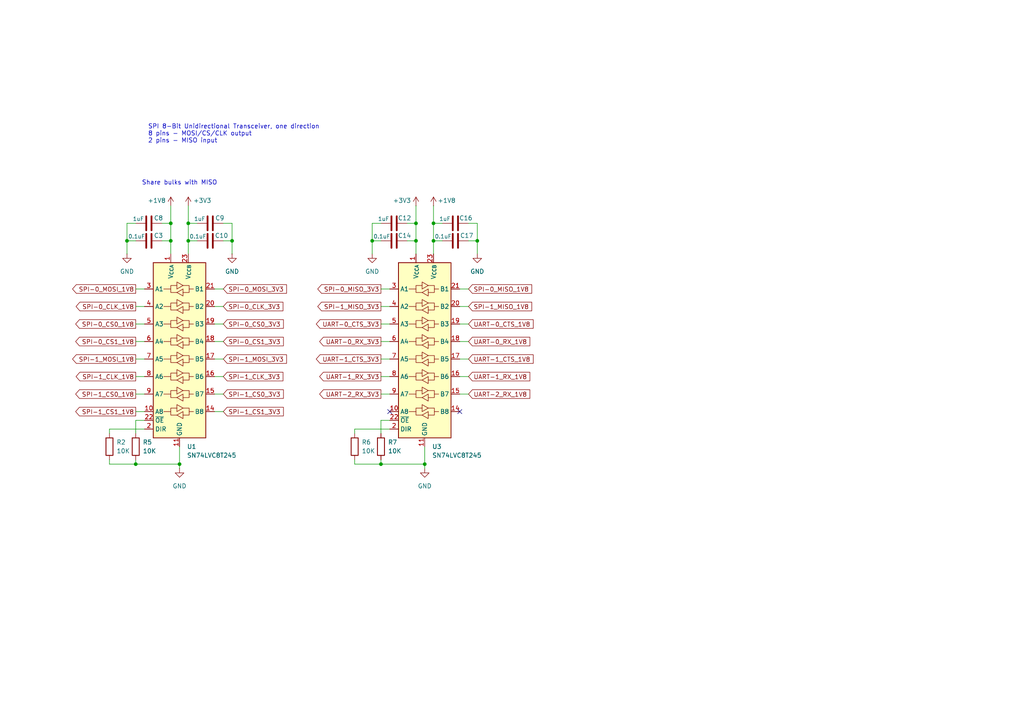
<source format=kicad_sch>
(kicad_sch (version 20250114) (generator "eeschema") (generator_version "9.0")
  (paper "A4")
  (lib_symbols
    (symbol "Device:C" (pin_numbers (hide yes)) (pin_names (offset 0.254))
      (property "Reference" "C" (at 0.635 2.54 0))
      (property "Value" "C" (at 0.635 -2.54 0))
      (symbol "C_0_1"
        (polyline (pts (xy -2.032 0.762) (xy 2.032 0.762)) (stroke (width 0.508)))
        (polyline (pts (xy -2.032 -0.762) (xy 2.032 -0.762)) (stroke (width 0.508)))
      )
      (symbol "C_1_1"
        (pin passive line (at 0 3.81 270) (length 2.794) (name "~") (number "1"))
        (pin passive line (at 0 -3.81 90) (length 2.794) (name "~") (number "2"))
      )
    )
    (symbol "Device:R" (pin_numbers (hide yes)) (pin_names (offset 0))
      (property "Reference" "R" (at 2.032 0 90))
      (property "Value" "R" (at 0 0 90))
      (symbol "R_0_1"
        (rectangle (start -1.016 -2.54) (end 1.016 2.54) (stroke (width 0.254)))
      )
      (symbol "R_1_1"
        (pin passive line (at 0 3.81 270) (length 1.27) (name "~") (number "1"))
        (pin passive line (at 0 -3.81 90) (length 1.27) (name "~") (number "2"))
      )
    )
    (symbol "Logic_LevelTranslator:SN74LVC8T245"
      (property "Reference" "U" (at -6.35 27.94 0))
      (property "Value" "SN74LVC8T245" (at 3.81 27.94 0))
      (symbol "SN74LVC8T245_0_1"
        (rectangle (start -7.62 25.4) (end 7.62 -25.4) (stroke (width 0.254)) (fill (type background)))
        (polyline (pts (xy -2.54 17.78) (xy -2.54 18.796) (xy -0.762 18.796)))
        (polyline (pts (xy -2.54 7.62) (xy -2.54 8.636) (xy -0.762 8.636)))
        (polyline (pts (xy -2.54 -2.54) (xy -2.54 -1.524) (xy -0.762 -1.524)))
        (polyline (pts (xy -2.54 -12.7) (xy -2.54 -11.684) (xy -0.762 -11.684)))
        (polyline (pts (xy -0.762 17.78) (xy -0.762 19.812) (xy 1.016 18.796) (xy -0.762 17.78)))
        (polyline (pts (xy -0.762 16.764) (xy -2.54 16.764) (xy -2.54 17.78) (xy -4.572 17.78)))
        (polyline (pts (xy -0.762 7.62) (xy -0.762 9.652) (xy 1.016 8.636) (xy -0.762 7.62)))
        (polyline (pts (xy -0.762 6.604) (xy -2.54 6.604) (xy -2.54 7.62) (xy -4.572 7.62)))
        (polyline (pts (xy -0.762 -2.54) (xy -0.762 -0.508) (xy 1.016 -1.524) (xy -0.762 -2.54)))
        (polyline (pts (xy -0.762 -3.556) (xy -2.54 -3.556) (xy -2.54 -2.54) (xy -4.572 -2.54)))
        (polyline (pts (xy -0.762 -12.7) (xy -0.762 -10.668) (xy 1.016 -11.684) (xy -0.762 -12.7)))
        (polyline (pts (xy -0.762 -13.716) (xy -2.54 -13.716) (xy -2.54 -12.7) (xy -4.572 -12.7)))
        (polyline (pts (xy 1.016 18.796) (xy 2.794 18.796) (xy 2.794 17.78) (xy 4.064 17.78)))
        (polyline (pts (xy 1.016 17.78) (xy 1.016 16.002) (xy 1.016 15.748) (xy -0.762 16.764) (xy 1.016 17.78)))
        (polyline (pts (xy 1.016 8.636) (xy 2.794 8.636) (xy 2.794 7.62) (xy 4.064 7.62)))
        (polyline (pts (xy 1.016 7.62) (xy 1.016 5.842) (xy 1.016 5.588) (xy -0.762 6.604) (xy 1.016 7.62)))
        (polyline (pts (xy 1.016 2.54) (xy 1.016 0.762) (xy 1.016 0.508) (xy -0.762 1.524) (xy 1.016 2.54)))
        (polyline (pts (xy 1.016 -1.524) (xy 2.794 -1.524) (xy 2.794 -2.54) (xy 4.064 -2.54)))
        (polyline (pts (xy 1.016 -2.54) (xy 1.016 -4.318) (xy 1.016 -4.572) (xy -0.762 -3.556) (xy 1.016 -2.54)))
        (polyline (pts (xy 1.016 -11.684) (xy 2.794 -11.684) (xy 2.794 -12.7) (xy 4.064 -12.7)))
        (polyline (pts (xy 1.016 -12.7) (xy 1.016 -14.478) (xy 1.016 -14.732) (xy -0.762 -13.716) (xy 1.016 -12.7)))
        (polyline (pts (xy 1.016 -17.78) (xy 1.016 -19.558) (xy 1.016 -19.812) (xy -0.762 -18.796) (xy 1.016 -17.78)))
        (polyline (pts (xy 2.794 17.78) (xy 2.794 16.764) (xy 1.016 16.764)))
        (polyline (pts (xy 2.794 7.62) (xy 2.794 6.604) (xy 1.016 6.604)))
        (polyline (pts (xy 2.794 -2.54) (xy 2.794 -3.556) (xy 1.016 -3.556)))
        (polyline (pts (xy 2.794 -12.7) (xy 2.794 -13.716) (xy 1.016 -13.716)))
      )
      (symbol "SN74LVC8T245_1_1"
        (polyline (pts (xy -2.54 12.7) (xy -2.54 13.716) (xy -0.762 13.716)))
        (polyline (pts (xy -2.54 2.54) (xy -2.54 3.556) (xy -0.762 3.556)))
        (polyline (pts (xy -2.54 -7.62) (xy -2.54 -6.604) (xy -0.762 -6.604)))
        (polyline (pts (xy -2.54 -17.78) (xy -2.54 -16.764) (xy -0.762 -16.764)))
        (polyline (pts (xy -0.762 12.7) (xy -0.762 14.732) (xy 1.016 13.716) (xy -0.762 12.7)))
        (polyline (pts (xy -0.762 11.684) (xy -2.54 11.684) (xy -2.54 12.7) (xy -4.572 12.7)))
        (polyline (pts (xy -0.762 2.54) (xy -0.762 4.572) (xy 1.016 3.556) (xy -0.762 2.54)))
        (polyline (pts (xy -0.762 1.524) (xy -2.54 1.524) (xy -2.54 2.54) (xy -4.572 2.54)))
        (polyline (pts (xy -0.762 -7.62) (xy -0.762 -5.588) (xy 1.016 -6.604) (xy -0.762 -7.62)))
        (polyline (pts (xy -0.762 -8.636) (xy -2.54 -8.636) (xy -2.54 -7.62) (xy -4.572 -7.62)))
        (polyline (pts (xy -0.762 -17.78) (xy -0.762 -15.748) (xy 1.016 -16.764) (xy -0.762 -17.78)))
        (polyline (pts (xy -0.762 -18.796) (xy -2.54 -18.796) (xy -2.54 -17.78) (xy -4.572 -17.78)))
        (polyline (pts (xy 1.016 13.716) (xy 2.794 13.716) (xy 2.794 12.7) (xy 4.064 12.7)))
        (polyline (pts (xy 1.016 12.7) (xy 1.016 10.922) (xy 1.016 10.668) (xy -0.762 11.684) (xy 1.016 12.7)))
        (polyline (pts (xy 1.016 3.556) (xy 2.794 3.556) (xy 2.794 2.54) (xy 4.064 2.54)))
        (polyline (pts (xy 1.016 -6.604) (xy 2.794 -6.604) (xy 2.794 -7.62) (xy 4.064 -7.62)))
        (polyline (pts (xy 1.016 -7.62) (xy 1.016 -9.398) (xy 1.016 -9.652) (xy -0.762 -8.636) (xy 1.016 -7.62)))
        (polyline (pts (xy 1.016 -16.764) (xy 2.794 -16.764) (xy 2.794 -17.78) (xy 4.064 -17.78)))
        (polyline (pts (xy 2.794 12.7) (xy 2.794 11.684) (xy 1.016 11.684)))
        (polyline (pts (xy 2.794 2.54) (xy 2.794 1.524) (xy 1.016 1.524)))
        (polyline (pts (xy 2.794 -7.62) (xy 2.794 -8.636) (xy 1.016 -8.636)))
        (polyline (pts (xy 2.794 -17.78) (xy 2.794 -18.796) (xy 1.016 -18.796)))
        (pin bidirectional line (at -10.16 17.78 0) (length 2.54) (name "A1") (number "3"))
        (pin bidirectional line (at -10.16 12.7 0) (length 2.54) (name "A2") (number "4"))
        (pin bidirectional line (at -10.16 7.62 0) (length 2.54) (name "A3") (number "5"))
        (pin bidirectional line (at -10.16 2.54 0) (length 2.54) (name "A4") (number "6"))
        (pin bidirectional line (at -10.16 -2.54 0) (length 2.54) (name "A5") (number "7"))
        (pin bidirectional line (at -10.16 -7.62 0) (length 2.54) (name "A6") (number "8"))
        (pin bidirectional line (at -10.16 -12.7 0) (length 2.54) (name "A7") (number "9"))
        (pin bidirectional line (at -10.16 -17.78 0) (length 2.54) (name "A8") (number "10"))
        (pin input line (at -10.16 -20.32 0) (length 2.54) (name "~{OE}") (number "22"))
        (pin input line (at -10.16 -22.86 0) (length 2.54) (name "DIR") (number "2"))
        (pin power_in line (at -2.54 27.94 270) (length 2.54) (name "V_{CCA}") (number "1"))
        (pin power_in line (at 0 -27.94 90) (length 2.54) (name "GND") (number "11"))
        (pin passive line (at 0 -27.94 90) (length 2.54) (hide yes) (name "GND") (number "12"))
        (pin passive line (at 0 -27.94 90) (length 2.54) (hide yes) (name "GND") (number "13"))
        (pin power_in line (at 2.54 27.94 270) (length 2.54) (name "V_{CCB}") (number "23"))
        (pin passive line (at 2.54 27.94 270) (length 2.54) (hide yes) (name "V_{CCB}") (number "24"))
        (pin bidirectional line (at 10.16 17.78 180) (length 2.54) (name "B1") (number "21"))
        (pin bidirectional line (at 10.16 12.7 180) (length 2.54) (name "B2") (number "20"))
        (pin bidirectional line (at 10.16 7.62 180) (length 2.54) (name "B3") (number "19"))
        (pin bidirectional line (at 10.16 2.54 180) (length 2.54) (name "B4") (number "18"))
        (pin bidirectional line (at 10.16 -2.54 180) (length 2.54) (name "B5") (number "17"))
        (pin bidirectional line (at 10.16 -7.62 180) (length 2.54) (name "B6") (number "16"))
        (pin bidirectional line (at 10.16 -12.7 180) (length 2.54) (name "B7") (number "15"))
        (pin bidirectional line (at 10.16 -17.78 180) (length 2.54) (name "B8") (number "14"))
      )
    )
    (symbol "power:+1V8" (power) (pin_numbers (hide yes)) (pin_names (offset 0) (hide yes))
      (property "Value" "+1V8" (at 0 3.556 0))
      (symbol "+1V8_0_1"
        (polyline (pts (xy -0.762 1.27) (xy 0 2.54)))
        (polyline (pts (xy 0 2.54) (xy 0.762 1.27)))
        (polyline (pts (xy 0 0) (xy 0 2.54)))
      )
      (symbol "+1V8_1_1"
        (pin power_in line (at 0 0 90) (length 0) (name "~") (number "1"))
      )
    )
    (symbol "power:+3V3" (power) (pin_numbers (hide yes)) (pin_names (offset 0) (hide yes))
      (property "Value" "+3V3" (at 0 3.556 0))
      (symbol "+3V3_0_1"
        (polyline (pts (xy -0.762 1.27) (xy 0 2.54)))
        (polyline (pts (xy 0 2.54) (xy 0.762 1.27)))
        (polyline (pts (xy 0 0) (xy 0 2.54)))
      )
      (symbol "+3V3_1_1"
        (pin power_in line (at 0 0 90) (length 0) (name "~") (number "1"))
      )
    )
    (symbol "power:GND" (power) (pin_numbers (hide yes)) (pin_names (offset 0) (hide yes))
      (property "Value" "GND" (at 0 -3.81 0))
      (symbol "GND_0_1"
        (polyline (pts (xy 0 0) (xy 0 -1.27) (xy 1.27 -1.27) (xy 0 -2.54) (xy -1.27 -1.27) (xy 0 -1.27)))
      )
      (symbol "GND_1_1"
        (pin power_in line (at 0 0 270) (length 0) (name "~") (number "1"))
      )
    )
  )
  (text "SPI 8-Bit Unidirectional Transceiver, one direction\n8 pins - MOSI/CS/CLK output\n2 pins - MISO input\n" (at 42.926 38.862 0) (effects (font (size 1.27 1.27)) (justify left)))
  (text "Share bulks with MISO" (at 52.07 53.086 0) (effects (font (size 1.27 1.27))))
  (junction (at 54.61 64.77))
  (junction (at 36.83 69.85))
  (junction (at 120.65 69.85))
  (junction (at 39.37 134.62))
  (junction (at 49.53 64.77))
  (junction (at 120.65 64.77))
  (junction (at 49.53 69.85))
  (junction (at 125.73 69.85))
  (junction (at 54.61 69.85))
  (junction (at 67.31 69.85))
  (junction (at 138.43 69.85))
  (junction (at 107.95 69.85))
  (junction (at 125.73 64.77))
  (junction (at 123.19 134.62))
  (junction (at 52.07 134.62))
  (junction (at 110.49 134.62))
  (no_connect (at 113.03 119.38))
  (no_connect (at 133.35 119.38))
  (wire (pts (xy 110.49 134.62) (xy 110.49 133.35)))
  (wire (pts (xy 102.87 134.62) (xy 110.49 134.62)))
  (wire (pts (xy 110.49 114.3) (xy 113.03 114.3)))
  (wire (pts (xy 113.03 121.92) (xy 110.49 121.92)))
  (wire (pts (xy 125.73 64.77) (xy 125.73 69.85)))
  (wire (pts (xy 107.95 64.77) (xy 107.95 69.85)))
  (wire (pts (xy 64.77 99.06) (xy 62.23 99.06)))
  (wire (pts (xy 123.19 134.62) (xy 123.19 135.89)))
  (wire (pts (xy 52.07 134.62) (xy 52.07 135.89)))
  (wire (pts (xy 110.49 99.06) (xy 113.03 99.06)))
  (wire (pts (xy 39.37 109.22) (xy 41.91 109.22)))
  (wire (pts (xy 39.37 83.82) (xy 41.91 83.82)))
  (wire (pts (xy 36.83 69.85) (xy 39.37 69.85)))
  (wire (pts (xy 133.35 99.06) (xy 135.89 99.06)))
  (wire (pts (xy 31.75 133.35) (xy 31.75 134.62)))
  (wire (pts (xy 36.83 69.85) (xy 36.83 73.66)))
  (wire (pts (xy 46.99 64.77) (xy 49.53 64.77)))
  (wire (pts (xy 64.77 64.77) (xy 67.31 64.77)))
  (wire (pts (xy 39.37 134.62) (xy 39.37 133.35)))
  (wire (pts (xy 125.73 64.77) (xy 128.27 64.77)))
  (wire (pts (xy 31.75 134.62) (xy 39.37 134.62)))
  (wire (pts (xy 133.35 109.22) (xy 135.89 109.22)))
  (wire (pts (xy 52.07 134.62) (xy 52.07 129.54)))
  (wire (pts (xy 125.73 69.85) (xy 128.27 69.85)))
  (wire (pts (xy 49.53 69.85) (xy 49.53 73.66)))
  (wire (pts (xy 39.37 93.98) (xy 41.91 93.98)))
  (wire (pts (xy 49.53 64.77) (xy 49.53 69.85)))
  (wire (pts (xy 110.49 109.22) (xy 113.03 109.22)))
  (wire (pts (xy 107.95 64.77) (xy 110.49 64.77)))
  (wire (pts (xy 36.83 64.77) (xy 36.83 69.85)))
  (wire (pts (xy 138.43 69.85) (xy 138.43 73.66)))
  (wire (pts (xy 110.49 88.9) (xy 113.03 88.9)))
  (wire (pts (xy 118.11 64.77) (xy 120.65 64.77)))
  (wire (pts (xy 110.49 83.82) (xy 113.03 83.82)))
  (wire (pts (xy 118.11 69.85) (xy 120.65 69.85)))
  (wire (pts (xy 64.77 93.98) (xy 62.23 93.98)))
  (wire (pts (xy 133.35 93.98) (xy 135.89 93.98)))
  (wire (pts (xy 46.99 69.85) (xy 49.53 69.85)))
  (wire (pts (xy 102.87 124.46) (xy 102.87 125.73)))
  (wire (pts (xy 54.61 69.85) (xy 54.61 73.66)))
  (wire (pts (xy 49.53 59.69) (xy 49.53 64.77)))
  (wire (pts (xy 120.65 59.69) (xy 120.65 64.77)))
  (wire (pts (xy 39.37 134.62) (xy 52.07 134.62)))
  (wire (pts (xy 120.65 69.85) (xy 120.65 73.66)))
  (wire (pts (xy 135.89 64.77) (xy 138.43 64.77)))
  (wire (pts (xy 67.31 69.85) (xy 67.31 73.66)))
  (wire (pts (xy 110.49 121.92) (xy 110.49 125.73)))
  (wire (pts (xy 39.37 121.92) (xy 39.37 125.73)))
  (wire (pts (xy 39.37 99.06) (xy 41.91 99.06)))
  (wire (pts (xy 110.49 134.62) (xy 123.19 134.62)))
  (wire (pts (xy 135.89 88.9) (xy 133.35 88.9)))
  (wire (pts (xy 41.91 121.92) (xy 39.37 121.92)))
  (wire (pts (xy 54.61 64.77) (xy 57.15 64.77)))
  (wire (pts (xy 102.87 133.35) (xy 102.87 134.62)))
  (wire (pts (xy 31.75 124.46) (xy 31.75 125.73)))
  (wire (pts (xy 64.77 83.82) (xy 62.23 83.82)))
  (wire (pts (xy 107.95 69.85) (xy 107.95 73.66)))
  (wire (pts (xy 107.95 69.85) (xy 110.49 69.85)))
  (wire (pts (xy 110.49 104.14) (xy 113.03 104.14)))
  (wire (pts (xy 133.35 114.3) (xy 135.89 114.3)))
  (wire (pts (xy 67.31 64.77) (xy 67.31 69.85)))
  (wire (pts (xy 64.77 119.38) (xy 62.23 119.38)))
  (wire (pts (xy 64.77 104.14) (xy 62.23 104.14)))
  (wire (pts (xy 41.91 124.46) (xy 31.75 124.46)))
  (wire (pts (xy 125.73 59.69) (xy 125.73 64.77)))
  (wire (pts (xy 135.89 69.85) (xy 138.43 69.85)))
  (wire (pts (xy 64.77 109.22) (xy 62.23 109.22)))
  (wire (pts (xy 54.61 69.85) (xy 57.15 69.85)))
  (wire (pts (xy 125.73 69.85) (xy 125.73 73.66)))
  (wire (pts (xy 133.35 104.14) (xy 135.89 104.14)))
  (wire (pts (xy 39.37 119.38) (xy 41.91 119.38)))
  (wire (pts (xy 120.65 64.77) (xy 120.65 69.85)))
  (wire (pts (xy 36.83 64.77) (xy 39.37 64.77)))
  (wire (pts (xy 64.77 69.85) (xy 67.31 69.85)))
  (wire (pts (xy 110.49 93.98) (xy 113.03 93.98)))
  (wire (pts (xy 54.61 64.77) (xy 54.61 69.85)))
  (wire (pts (xy 54.61 59.69) (xy 54.61 64.77)))
  (wire (pts (xy 123.19 134.62) (xy 123.19 129.54)))
  (wire (pts (xy 39.37 114.3) (xy 41.91 114.3)))
  (wire (pts (xy 39.37 104.14) (xy 41.91 104.14)))
  (wire (pts (xy 113.03 124.46) (xy 102.87 124.46)))
  (wire (pts (xy 64.77 88.9) (xy 62.23 88.9)))
  (wire (pts (xy 39.37 88.9) (xy 41.91 88.9)))
  (wire (pts (xy 135.89 83.82) (xy 133.35 83.82)))
  (wire (pts (xy 64.77 114.3) (xy 62.23 114.3)))
  (wire (pts (xy 138.43 64.77) (xy 138.43 69.85)))
  (global_label "SPI-0_CS0_1V8" (shape output) (at 39.37 93.98 180) (property "Intersheetrefs" "${INTERSHEET_REFS}" (effects (hide yes))))
  (global_label "SPI-1_MISO_3V3" (shape output) (at 110.49 88.9 180) (property "Intersheetrefs" "${INTERSHEET_REFS}" (effects (hide yes))))
  (global_label "UART-1_CTS_3V3" (shape output) (at 110.49 104.14 180) (property "Intersheetrefs" "${INTERSHEET_REFS}" (effects (hide yes))))
  (global_label "SPI-1_CLK_1V8" (shape output) (at 39.37 109.22 180) (property "Intersheetrefs" "${INTERSHEET_REFS}" (effects (hide yes))))
  (global_label "SPI-1_CS0_3V3" (shape input) (at 64.77 114.3 0) (property "Intersheetrefs" "${INTERSHEET_REFS}" (effects (hide yes))))
  (global_label "SPI-1_CLK_3V3" (shape input) (at 64.77 109.22 0) (property "Intersheetrefs" "${INTERSHEET_REFS}" (effects (hide yes))))
  (global_label "UART-1_RX_1V8" (shape input) (at 135.89 109.22 0) (property "Intersheetrefs" "${INTERSHEET_REFS}" (effects (hide yes))))
  (global_label "UART-1_RX_3V3" (shape output) (at 110.49 109.22 180) (property "Intersheetrefs" "${INTERSHEET_REFS}" (effects (hide yes))))
  (global_label "SPI-0_MISO_1V8" (shape input) (at 135.89 83.82 0) (property "Intersheetrefs" "${INTERSHEET_REFS}" (effects (hide yes))))
  (global_label "SPI-0_CS1_3V3" (shape input) (at 64.77 99.06 0) (property "Intersheetrefs" "${INTERSHEET_REFS}" (effects (hide yes))))
  (global_label "SPI-0_MOSI_3V3" (shape input) (at 64.77 83.82 0) (property "Intersheetrefs" "${INTERSHEET_REFS}" (effects (hide yes))))
  (global_label "SPI-0_MISO_3V3" (shape output) (at 110.49 83.82 180) (property "Intersheetrefs" "${INTERSHEET_REFS}" (effects (hide yes))))
  (global_label "SPI-0_CLK_1V8" (shape output) (at 39.37 88.9 180) (property "Intersheetrefs" "${INTERSHEET_REFS}" (effects (hide yes))))
  (global_label "SPI-1_CS1_3V3" (shape input) (at 64.77 119.38 0) (property "Intersheetrefs" "${INTERSHEET_REFS}" (effects (hide yes))))
  (global_label "SPI-1_MOSI_3V3" (shape input) (at 64.77 104.14 0) (property "Intersheetrefs" "${INTERSHEET_REFS}" (effects (hide yes))))
  (global_label "UART-0_RX_1V8" (shape input) (at 135.89 99.06 0) (property "Intersheetrefs" "${INTERSHEET_REFS}" (effects (hide yes))))
  (global_label "UART-2_RX_3V3" (shape output) (at 110.49 114.3 180) (property "Intersheetrefs" "${INTERSHEET_REFS}" (effects (hide yes))))
  (global_label "SPI-0_CLK_3V3" (shape input) (at 64.77 88.9 0) (property "Intersheetrefs" "${INTERSHEET_REFS}" (effects (hide yes))))
  (global_label "SPI-0_MOSI_1V8" (shape output) (at 39.37 83.82 180) (property "Intersheetrefs" "${INTERSHEET_REFS}" (effects (hide yes))))
  (global_label "SPI-1_CS0_1V8" (shape output) (at 39.37 114.3 180) (property "Intersheetrefs" "${INTERSHEET_REFS}" (effects (hide yes))))
  (global_label "UART-0_CTS_3V3" (shape output) (at 110.49 93.98 180) (property "Intersheetrefs" "${INTERSHEET_REFS}" (effects (hide yes))))
  (global_label "SPI-1_CS1_1V8" (shape output) (at 39.37 119.38 180) (property "Intersheetrefs" "${INTERSHEET_REFS}" (effects (hide yes))))
  (global_label "UART-0_CTS_1V8" (shape input) (at 135.89 93.98 0) (property "Intersheetrefs" "${INTERSHEET_REFS}" (effects (hide yes))))
  (global_label "SPI-1_MOSI_1V8" (shape output) (at 39.37 104.14 180) (property "Intersheetrefs" "${INTERSHEET_REFS}" (effects (hide yes))))
  (global_label "UART-0_RX_3V3" (shape output) (at 110.49 99.06 180) (property "Intersheetrefs" "${INTERSHEET_REFS}" (effects (hide yes))))
  (global_label "SPI-1_MISO_1V8" (shape input) (at 135.89 88.9 0) (property "Intersheetrefs" "${INTERSHEET_REFS}" (effects (hide yes))))
  (global_label "UART-2_RX_1V8" (shape input) (at 135.89 114.3 0) (property "Intersheetrefs" "${INTERSHEET_REFS}" (effects (hide yes))))
  (global_label "SPI-0_CS0_3V3" (shape input) (at 64.77 93.98 0) (property "Intersheetrefs" "${INTERSHEET_REFS}" (effects (hide yes))))
  (global_label "UART-1_CTS_1V8" (shape input) (at 135.89 104.14 0) (property "Intersheetrefs" "${INTERSHEET_REFS}" (effects (hide yes))))
  (global_label "SPI-0_CS1_1V8" (shape output) (at 39.37 99.06 180) (property "Intersheetrefs" "${INTERSHEET_REFS}" (effects (hide yes))))
  (symbol (lib_id "power:+1V8") (at 125.73 59.69 0) (unit 1)
    (property "Reference" "#PWR019" (effects (hide yes)))
    (property "Value" "+1V8" (at 129.54 58.166 0))
    (property "Description" "Power symbol creates a global label with name \"+1V8\"" (effects (hide yes)))
  )
  (symbol (lib_id "power:GND") (at 107.95 73.66 0) (unit 1)
    (property "Reference" "#PWR014" (effects (hide yes)))
    (property "Value" "GND" (at 107.95 78.74 0))
    (property "Description" "Power symbol creates a global label with name \"GND\" , ground" (effects (hide yes)))
  )
  (symbol (lib_id "power:GND") (at 67.31 73.66 0) (unit 1)
    (property "Reference" "#PWR032" (effects (hide yes)))
    (property "Value" "GND" (at 67.31 78.74 0))
    (property "Description" "Power symbol creates a global label with name \"GND\" , ground" (effects (hide yes)))
  )
  (symbol (lib_id "Device:R") (at 110.49 129.54 0) (unit 1)
    (property "Reference" "R7" (at 112.522 128.27 0) (effects (justify left)))
    (property "Value" "10K" (at 112.522 130.81 0) (effects (justify left)))
    (property "Description" "Resistor" (effects (hide yes)))
  )
  (symbol (lib_id "Logic_LevelTranslator:SN74LVC8T245") (at 52.07 101.6 0) (unit 1)
    (property "Reference" "U1" (at 54.2133 129.54 0) (effects (justify left)))
    (property "Value" "SN74LVC8T245" (at 54.2133 132.08 0) (effects (justify left)))
    (property "Datasheet" "https://www.ti.com/lit/ds/symlink/sn74lvc8t245.pdf" (effects (hide yes)))
    (property "Description" "8-Bit Dual-Supply Bus Transceiver With Configurable Voltage Translation and 3-State Outputs" (effects (hide yes)))
  )
  (symbol (lib_id "Device:C") (at 43.18 69.85 90) (unit 1)
    (property "Reference" "C3" (at 45.974 68.326 90))
    (property "Value" "0.1uF" (at 39.624 68.58 90) (effects (font (size 1.143 1.143))))
    (property "Description" "Unpolarized capacitor" (effects (hide yes)))
  )
  (symbol (lib_id "power:+1V8") (at 49.53 59.69 0) (unit 1)
    (property "Reference" "#PWR016" (effects (hide yes)))
    (property "Value" "+1V8" (at 45.466 58.166 0))
    (property "Description" "Power symbol creates a global label with name \"+1V8\"" (effects (hide yes)))
  )
  (symbol (lib_id "Device:C") (at 43.18 64.77 90) (unit 1)
    (property "Reference" "C8" (at 45.974 63.246 90))
    (property "Value" "1uF" (at 40.132 63.5 90) (effects (font (size 1.143 1.143))))
    (property "Description" "Unpolarized capacitor" (effects (hide yes)))
  )
  (symbol (lib_id "power:GND") (at 123.19 135.89 0) (unit 1)
    (property "Reference" "#PWR015" (effects (hide yes)))
    (property "Value" "GND" (at 123.19 140.97 0))
    (property "Description" "Power symbol creates a global label with name \"GND\" , ground" (effects (hide yes)))
  )
  (symbol (lib_id "power:+3V3") (at 54.61 59.69 0) (unit 1)
    (property "Reference" "#PWR017" (effects (hide yes)))
    (property "Value" "+3V3" (at 58.674 58.166 0))
    (property "Description" "Power symbol creates a global label with name \"+3V3\"" (effects (hide yes)))
  )
  (symbol (lib_id "Device:C") (at 60.96 64.77 90) (unit 1)
    (property "Reference" "C9" (at 63.754 63.246 90))
    (property "Value" "1uF" (at 57.912 63.5 90) (effects (font (size 1.143 1.143))))
    (property "Description" "Unpolarized capacitor" (effects (hide yes)))
  )
  (symbol (lib_id "Device:R") (at 31.75 129.54 0) (unit 1)
    (property "Reference" "R2" (at 33.782 128.27 0) (effects (justify left)))
    (property "Value" "10K" (at 33.782 130.81 0) (effects (justify left)))
    (property "Description" "Resistor" (effects (hide yes)))
  )
  (symbol (lib_id "power:+3V3") (at 120.65 59.69 0) (unit 1)
    (property "Reference" "#PWR018" (effects (hide yes)))
    (property "Value" "+3V3" (at 116.586 58.166 0))
    (property "Description" "Power symbol creates a global label with name \"+3V3\"" (effects (hide yes)))
  )
  (symbol (lib_id "Device:C") (at 132.08 69.85 90) (unit 1)
    (property "Reference" "C17" (at 135.382 68.326 90))
    (property "Value" "0.1uF" (at 128.524 68.58 90) (effects (font (size 1.143 1.143))))
    (property "Description" "Unpolarized capacitor" (effects (hide yes)))
  )
  (symbol (lib_id "Device:C") (at 114.3 69.85 90) (unit 1)
    (property "Reference" "C14" (at 117.348 68.326 90))
    (property "Value" "0.1uF" (at 110.744 68.58 90) (effects (font (size 1.143 1.143))))
    (property "Description" "Unpolarized capacitor" (effects (hide yes)))
  )
  (symbol (lib_id "Logic_LevelTranslator:SN74LVC8T245") (at 123.19 101.6 0) (unit 1)
    (property "Reference" "U3" (at 125.3333 129.54 0) (effects (justify left)))
    (property "Value" "SN74LVC8T245" (at 125.3333 132.08 0) (effects (justify left)))
    (property "Datasheet" "https://www.ti.com/lit/ds/symlink/sn74lvc8t245.pdf" (effects (hide yes)))
    (property "Description" "8-Bit Dual-Supply Bus Transceiver With Configurable Voltage Translation and 3-State Outputs" (effects (hide yes)))
  )
  (symbol (lib_id "Device:R") (at 102.87 129.54 0) (unit 1)
    (property "Reference" "R6" (at 104.902 128.27 0) (effects (justify left)))
    (property "Value" "10K" (at 104.902 130.81 0) (effects (justify left)))
    (property "Description" "Resistor" (effects (hide yes)))
  )
  (symbol (lib_id "Device:C") (at 114.3 64.77 90) (unit 1)
    (property "Reference" "C12" (at 117.348 63.246 90))
    (property "Value" "1uF" (at 111.252 63.5 90) (effects (font (size 1.143 1.143))))
    (property "Description" "Unpolarized capacitor" (effects (hide yes)))
  )
  (symbol (lib_id "power:GND") (at 52.07 135.89 0) (unit 1)
    (property "Reference" "#PWR022" (effects (hide yes)))
    (property "Value" "GND" (at 52.07 140.97 0))
    (property "Description" "Power symbol creates a global label with name \"GND\" , ground" (effects (hide yes)))
  )
  (symbol (lib_id "Device:C") (at 132.08 64.77 90) (unit 1)
    (property "Reference" "C16" (at 135.128 63.246 90))
    (property "Value" "1uF" (at 129.032 63.5 90) (effects (font (size 1.143 1.143))))
    (property "Description" "Unpolarized capacitor" (effects (hide yes)))
  )
  (symbol (lib_id "Device:C") (at 60.96 69.85 90) (unit 1)
    (property "Reference" "C10" (at 64.262 68.326 90))
    (property "Value" "0.1uF" (at 57.404 68.58 90) (effects (font (size 1.143 1.143))))
    (property "Description" "Unpolarized capacitor" (effects (hide yes)))
  )
  (symbol (lib_id "power:GND") (at 36.83 73.66 0) (unit 1)
    (property "Reference" "#PWR029" (effects (hide yes)))
    (property "Value" "GND" (at 36.83 78.74 0))
    (property "Description" "Power symbol creates a global label with name \"GND\" , ground" (effects (hide yes)))
  )
  (symbol (lib_id "Device:R") (at 39.37 129.54 0) (unit 1)
    (property "Reference" "R5" (at 41.402 128.27 0) (effects (justify left)))
    (property "Value" "10K" (at 41.402 130.81 0) (effects (justify left)))
    (property "Description" "Resistor" (effects (hide yes)))
  )
  (symbol (lib_id "power:GND") (at 138.43 73.66 0) (unit 1)
    (property "Reference" "#PWR036" (effects (hide yes)))
    (property "Value" "GND" (at 138.43 78.74 0))
    (property "Description" "Power symbol creates a global label with name \"GND\" , ground" (effects (hide yes)))
  )
)
</source>
